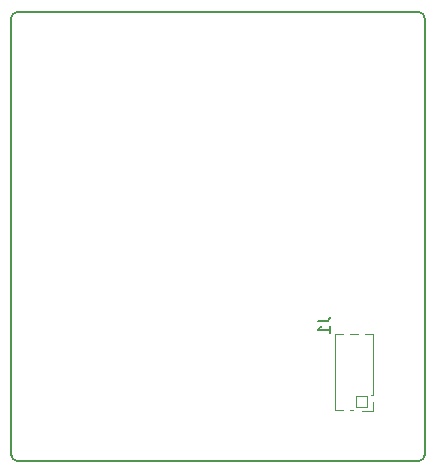
<source format=gbr>
%TF.GenerationSoftware,KiCad,Pcbnew,(6.0.10)*%
%TF.CreationDate,2023-01-02T18:22:58+01:00*%
%TF.ProjectId,sniffer,736e6966-6665-4722-9e6b-696361645f70,rev?*%
%TF.SameCoordinates,Original*%
%TF.FileFunction,Legend,Bot*%
%TF.FilePolarity,Positive*%
%FSLAX46Y46*%
G04 Gerber Fmt 4.6, Leading zero omitted, Abs format (unit mm)*
G04 Created by KiCad (PCBNEW (6.0.10)) date 2023-01-02 18:22:58*
%MOMM*%
%LPD*%
G01*
G04 APERTURE LIST*
G04 Aperture macros list*
%AMRoundRect*
0 Rectangle with rounded corners*
0 $1 Rounding radius*
0 $2 $3 $4 $5 $6 $7 $8 $9 X,Y pos of 4 corners*
0 Add a 4 corners polygon primitive as box body*
4,1,4,$2,$3,$4,$5,$6,$7,$8,$9,$2,$3,0*
0 Add four circle primitives for the rounded corners*
1,1,$1+$1,$2,$3*
1,1,$1+$1,$4,$5*
1,1,$1+$1,$6,$7*
1,1,$1+$1,$8,$9*
0 Add four rect primitives between the rounded corners*
20,1,$1+$1,$2,$3,$4,$5,0*
20,1,$1+$1,$4,$5,$6,$7,0*
20,1,$1+$1,$6,$7,$8,$9,0*
20,1,$1+$1,$8,$9,$2,$3,0*%
G04 Aperture macros list end*
%ADD10C,0.150000*%
%ADD11C,0.120000*%
%ADD12C,1.800000*%
%ADD13O,1.100000X1.100000*%
%ADD14RoundRect,0.050000X-0.500000X-0.500000X0.500000X-0.500000X0.500000X0.500000X-0.500000X0.500000X0*%
%ADD15C,2.300000*%
G04 APERTURE END LIST*
D10*
%TO.C,J1*%
X109252380Y-108666666D02*
X109966666Y-108666666D01*
X110109523Y-108619047D01*
X110204761Y-108523809D01*
X110252380Y-108380952D01*
X110252380Y-108285714D01*
X110252380Y-109666666D02*
X110252380Y-109095238D01*
X110252380Y-109380952D02*
X109252380Y-109380952D01*
X109395238Y-109285714D01*
X109490476Y-109190476D01*
X109538095Y-109095238D01*
X83800000Y-120500000D02*
X117800000Y-120500000D01*
X83300000Y-83000000D02*
X83300000Y-120000000D01*
X117800000Y-82500000D02*
X83800000Y-82500000D01*
X118300000Y-120000000D02*
X118300000Y-83000000D01*
D11*
X110750000Y-116235000D02*
X111392470Y-116235000D01*
X112970000Y-116300000D02*
X113920000Y-116300000D01*
X112007530Y-116235000D02*
X112210000Y-116235000D01*
X110750000Y-116235000D02*
X110750000Y-109765000D01*
X113920000Y-114905000D02*
X113920000Y-109765000D01*
X113730000Y-114905000D02*
X113920000Y-114905000D01*
X113277530Y-109765000D02*
X113920000Y-109765000D01*
X112007530Y-109765000D02*
X112662470Y-109765000D01*
X110750000Y-109765000D02*
X111392470Y-109765000D01*
X113920000Y-116300000D02*
X113920000Y-115540000D01*
D10*
X83300000Y-120000000D02*
G75*
G03*
X83800000Y-120500000I500000J0D01*
G01*
X117800000Y-120500000D02*
G75*
G03*
X118300000Y-120000000I0J500000D01*
G01*
X118300000Y-83000000D02*
G75*
G03*
X117800000Y-82500000I-500000J0D01*
G01*
X83800000Y-82500000D02*
G75*
G03*
X83300000Y-83000000I0J-500000D01*
G01*
%TD*%
%LPC*%
D12*
%TO.C,U1*%
X112230000Y-78800000D03*
X112230000Y-81340000D03*
X112230000Y-83880000D03*
X112230000Y-86420000D03*
X112230000Y-88960000D03*
X112230000Y-91500000D03*
X112230000Y-94040000D03*
X112230000Y-96580000D03*
X112230000Y-99120000D03*
X112230000Y-101660000D03*
X112230000Y-104200000D03*
X112230000Y-106740000D03*
X89370000Y-78800000D03*
X89370000Y-81340000D03*
X89370000Y-83880000D03*
X89370000Y-86420000D03*
X89370000Y-88960000D03*
X89370000Y-91500000D03*
X89370000Y-94040000D03*
X89370000Y-96580000D03*
X89370000Y-99120000D03*
X89370000Y-101660000D03*
X89370000Y-104200000D03*
X89370000Y-106740000D03*
%TD*%
D13*
%TO.C,J1*%
X111700000Y-114270000D03*
X111700000Y-115540000D03*
X111700000Y-111730000D03*
X112970000Y-110460000D03*
X111700000Y-110460000D03*
X112970000Y-114270000D03*
X111700000Y-113000000D03*
X112970000Y-111730000D03*
D14*
X112970000Y-115540000D03*
D13*
X112970000Y-113000000D03*
D15*
X85800000Y-118000000D03*
X115800000Y-85000000D03*
%TD*%
%TO.C,H4*%
X116050000Y-123250000D03*
%TD*%
%TO.C,H2*%
X116050000Y-79750000D03*
%TD*%
%TO.C,H3*%
X85550000Y-123250000D03*
%TD*%
%TO.C,H1*%
X85550000Y-79750000D03*
%TD*%
M02*

</source>
